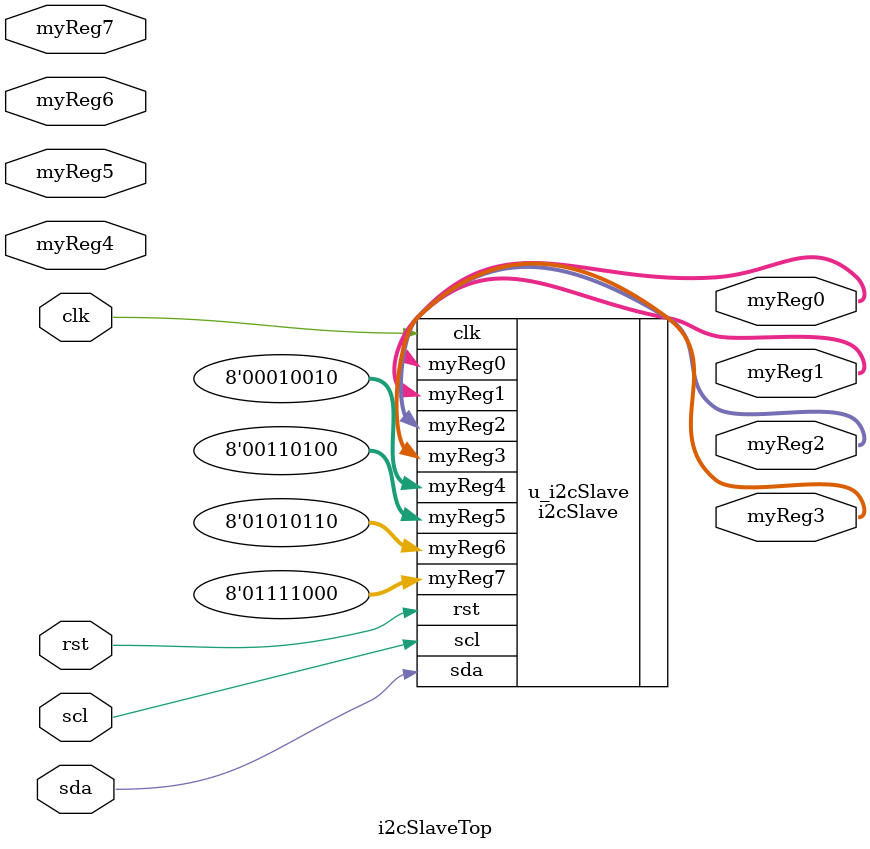
<source format=v>






module i2cSlaveTop (
  clk,
  rst,
  sda,
  scl,
  myReg0,
  myReg1,
  myReg2,
  myReg3,
  myReg4,
  myReg5,
  myReg6,
  myReg7
);

input clk;
input rst;
inout sda;
input scl;
output [7:0] myReg0;
output [7:0] myReg1;
output [7:0] myReg2;
output [7:0] myReg3;
input  [7:0] myReg4;
input  [7:0] myReg5;
input  [7:0] myReg6;
input  [7:0] myReg7;


i2cSlave u_i2cSlave(
  .clk(clk),
  .rst(rst),
  .sda(sda),
  .scl(scl),
  .myReg0(myReg0),
  .myReg1(myReg1),
  .myReg2(myReg2),
  .myReg3(myReg3),
  .myReg4(8'h12),
  .myReg5(8'h34),
  .myReg6(8'h56),
  .myReg7(8'h78)
);


endmodule



</source>
